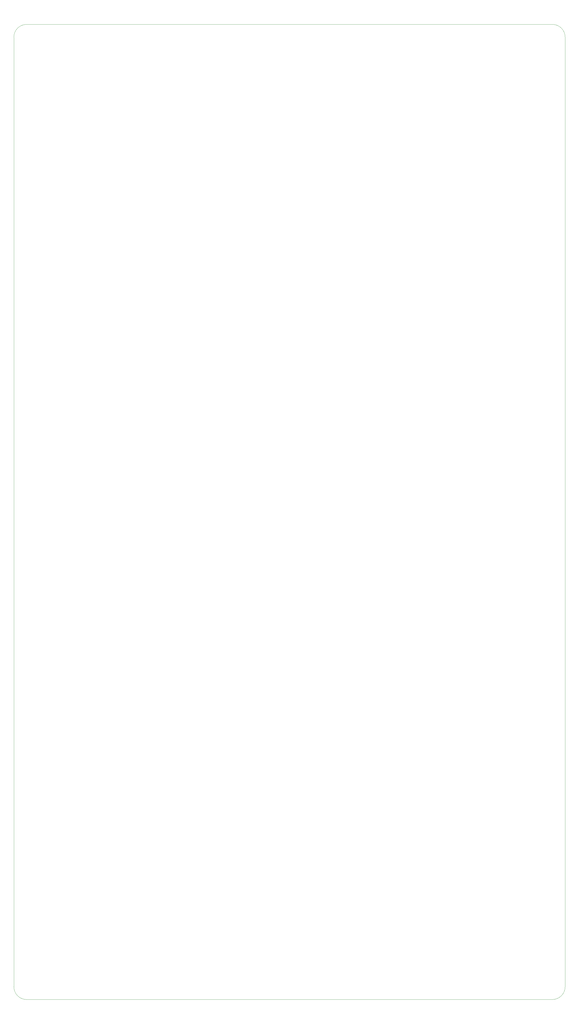
<source format=gbr>
%TF.GenerationSoftware,KiCad,Pcbnew,9.0.3*%
%TF.CreationDate,2025-09-16T14:08:45-04:00*%
%TF.ProjectId,11_CPU_PDU,31315f43-5055-45f5-9044-552e6b696361,rev?*%
%TF.SameCoordinates,Original*%
%TF.FileFunction,Profile,NP*%
%FSLAX46Y46*%
G04 Gerber Fmt 4.6, Leading zero omitted, Abs format (unit mm)*
G04 Created by KiCad (PCBNEW 9.0.3) date 2025-09-16 14:08:45*
%MOMM*%
%LPD*%
G01*
G04 APERTURE LIST*
%TA.AperFunction,Profile*%
%ADD10C,0.050000*%
%TD*%
G04 APERTURE END LIST*
D10*
X400000000Y-395000000D02*
G75*
G02*
X395000000Y-400000000I-5000000J0D01*
G01*
X185000000Y-25000000D02*
X185000000Y-395000000D01*
X190000000Y-400010009D02*
X395000000Y-400000000D01*
X190000000Y-400010009D02*
G75*
G02*
X185000001Y-395000000I0J5000009D01*
G01*
X185000000Y-25000000D02*
G75*
G02*
X190000000Y-20000000I5000000J0D01*
G01*
X400000000Y-395000000D02*
X400000000Y-25000000D01*
X395000000Y-20000000D02*
G75*
G02*
X400000000Y-25000000I0J-5000000D01*
G01*
X190000000Y-20000000D02*
X395000000Y-20000000D01*
M02*

</source>
